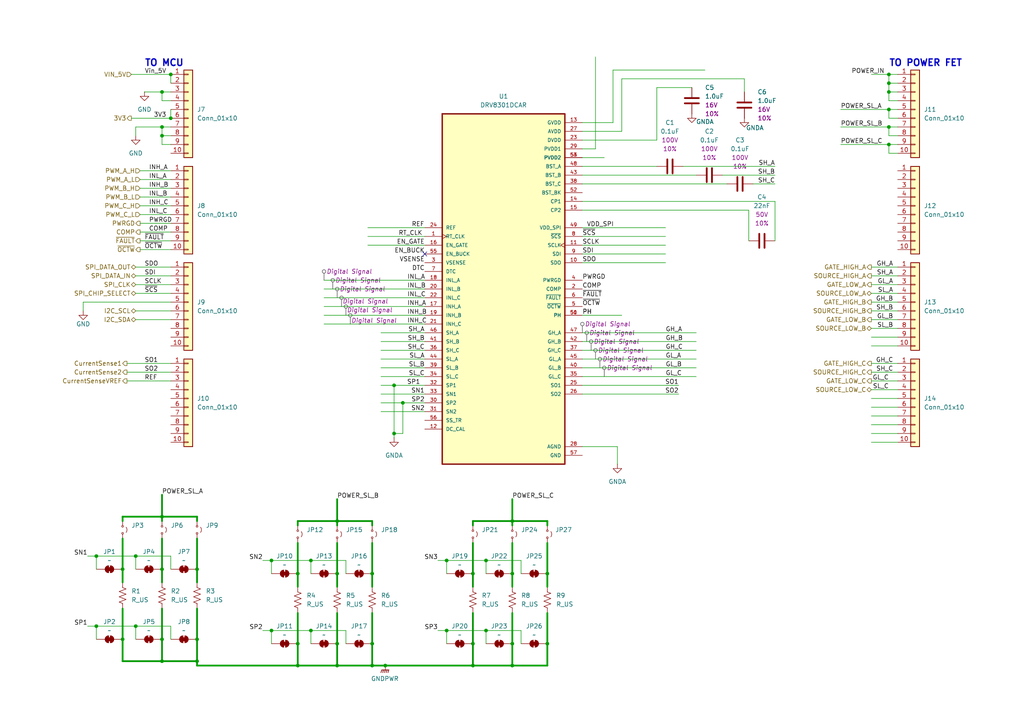
<source format=kicad_sch>
(kicad_sch (version 20231120) (generator "eeschema") (generator_version "8.0")
  (paper "A4")
  (junction (at 148.59 151.13))
  (junction (at 46.99 39.37))
  (junction (at 57.15 191.77))
  (junction (at 49.53 34.29))
  (junction (at 257.81 24.13))
  (junction (at 137.16 186.69))
  (junction (at 46.99 165.1))
  (junction (at 86.36 186.69))
  (junction (at 129.54 182.88))
  (junction (at 86.36 193.04))
  (junction (at 114.3 111.76))
  (junction (at 97.79 166.37))
  (junction (at 35.56 165.1))
  (junction (at 78.74 162.56))
  (junction (at 27.94 161.29))
  (junction (at 86.36 166.37))
  (junction (at 46.99 149.86))
  (junction (at 57.15 185.42))
  (junction (at 140.97 162.56))
  (junction (at 148.59 186.69))
  (junction (at 140.97 182.88))
  (junction (at 39.37 161.29))
  (junction (at 257.81 41.91))
  (junction (at 97.79 193.04))
  (junction (at 148.59 166.37))
  (junction (at 257.81 26.67))
  (junction (at 90.17 162.56))
  (junction (at 111.76 193.04))
  (junction (at 78.74 182.88))
  (junction (at 97.79 186.69))
  (junction (at 114.3 125.73))
  (junction (at 137.16 193.04))
  (junction (at 90.17 182.88))
  (junction (at 107.95 166.37))
  (junction (at 158.75 166.37))
  (junction (at 148.59 193.04))
  (junction (at 107.95 193.04))
  (junction (at 257.81 36.83))
  (junction (at 137.16 166.37))
  (junction (at 46.99 191.77))
  (junction (at 46.99 36.83))
  (junction (at 97.79 151.13))
  (junction (at 257.81 21.59))
  (junction (at 46.99 26.67))
  (junction (at 129.54 162.56))
  (junction (at 158.75 186.69))
  (junction (at 46.99 185.42))
  (junction (at 107.95 186.69))
  (junction (at 116.84 116.84))
  (junction (at 39.37 181.61))
  (junction (at 57.15 165.1))
  (junction (at 27.94 181.61))
  (junction (at 35.56 185.42))
  (junction (at 49.53 21.59))
  (junction (at 257.81 31.75))
  (no_connect (at 123.19 73.66))
  (wire (pts (xy 76.2 162.56) (xy 78.74 162.56)))
  (wire (pts (xy 260.35 24.13) (xy 257.81 24.13)))
  (wire (pts (xy 46.99 36.83) (xy 46.99 39.37)))
  (wire (pts (xy 46.99 156.21) (xy 46.99 165.1)) (stroke (width 0.508)))
  (wire (pts (xy 217.17 69.85) (xy 217.17 60.96)))
  (wire (pts (xy 129.54 182.88) (xy 140.97 182.88)))
  (wire (pts (xy 110.49 116.84) (xy 116.84 116.84)))
  (wire (pts (xy 39.37 181.61) (xy 39.37 185.42)))
  (wire (pts (xy 49.53 49.53) (xy 40.64 49.53)))
  (wire (pts (xy 110.49 101.6) (xy 123.19 101.6)))
  (wire (pts (xy 25.4 181.61) (xy 27.94 181.61)))
  (wire (pts (xy 148.59 193.04) (xy 158.75 193.04)) (stroke (width 0.508)))
  (wire (pts (xy 168.91 71.12) (xy 193.04 71.12)))
  (wire (pts (xy 93.98 83.82) (xy 123.19 83.82)))
  (wire (pts (xy 158.75 177.8) (xy 158.75 186.69)) (stroke (width 0.508)))
  (wire (pts (xy 36.83 107.95) (xy 49.53 107.95)))
  (wire (pts (xy 129.54 182.88) (xy 129.54 186.69)))
  (wire (pts (xy 78.74 182.88) (xy 90.17 182.88)))
  (wire (pts (xy 168.91 111.76) (xy 196.85 111.76)))
  (wire (pts (xy 97.79 186.69) (xy 97.79 193.04)) (stroke (width 0.508)))
  (wire (pts (xy 252.73 80.01) (xy 260.35 80.01)))
  (wire (pts (xy 35.56 191.77) (xy 46.99 191.77)) (stroke (width 0.508)))
  (wire (pts (xy 46.99 165.1) (xy 46.99 168.91)) (stroke (width 0.508)))
  (wire (pts (xy 168.91 106.68) (xy 201.93 106.68)))
  (wire (pts (xy 107.95 151.13) (xy 107.95 152.4)) (stroke (width 0.508)))
  (wire (pts (xy 114.3 111.76) (xy 123.19 111.76)))
  (wire (pts (xy 49.53 57.15) (xy 40.64 57.15)))
  (wire (pts (xy 129.54 162.56) (xy 129.54 166.37)))
  (wire (pts (xy 49.53 34.29) (xy 38.1 34.29)))
  (wire (pts (xy 46.99 191.77) (xy 57.15 191.77)) (stroke (width 0.508)))
  (wire (pts (xy 49.53 62.23) (xy 40.64 62.23)))
  (wire (pts (xy 57.15 185.42) (xy 57.15 191.77)) (stroke (width 0.508)))
  (wire (pts (xy 243.84 41.91) (xy 257.81 41.91)))
  (wire (pts (xy 260.35 128.27) (xy 252.73 128.27)))
  (wire (pts (xy 49.53 39.37) (xy 46.99 39.37)))
  (wire (pts (xy 35.56 185.42) (xy 35.56 191.77)) (stroke (width 0.508)))
  (wire (pts (xy 140.97 182.88) (xy 151.13 182.88)))
  (wire (pts (xy 168.91 68.58) (xy 193.04 68.58)))
  (wire (pts (xy 257.81 21.59) (xy 252.73 21.59)))
  (wire (pts (xy 49.53 67.31) (xy 40.64 67.31)))
  (wire (pts (xy 86.36 193.04) (xy 97.79 193.04)) (stroke (width 0.508)))
  (wire (pts (xy 252.73 110.49) (xy 260.35 110.49)))
  (wire (pts (xy 90.17 162.56) (xy 90.17 166.37)))
  (wire (pts (xy 252.73 107.95) (xy 260.35 107.95)))
  (wire (pts (xy 257.81 36.83) (xy 257.81 39.37)))
  (wire (pts (xy 78.74 182.88) (xy 78.74 186.69)))
  (wire (pts (xy 116.84 116.84) (xy 116.84 125.73)))
  (wire (pts (xy 168.91 45.72) (xy 175.26 45.72)))
  (wire (pts (xy 179.07 129.54) (xy 179.07 134.62)))
  (wire (pts (xy 49.53 29.21) (xy 46.99 29.21)))
  (wire (pts (xy 168.91 129.54) (xy 179.07 129.54)))
  (wire (pts (xy 111.76 193.04) (xy 137.16 193.04)) (stroke (width 0.508)))
  (wire (pts (xy 148.59 157.48) (xy 148.59 166.37)) (stroke (width 0.508)))
  (wire (pts (xy 252.73 85.09) (xy 260.35 85.09)))
  (wire (pts (xy 168.91 104.14) (xy 201.93 104.14)))
  (wire (pts (xy 137.16 157.48) (xy 137.16 166.37)) (stroke (width 0.508)))
  (wire (pts (xy 218.44 53.34) (xy 224.79 53.34)))
  (wire (pts (xy 97.79 193.04) (xy 107.95 193.04)) (stroke (width 0.508)))
  (wire (pts (xy 93.98 86.36) (xy 123.19 86.36)))
  (wire (pts (xy 257.81 41.91) (xy 257.81 44.45)))
  (wire (pts (xy 257.81 41.91) (xy 260.35 41.91)))
  (wire (pts (xy 168.91 40.64) (xy 190.5 40.64)))
  (wire (pts (xy 140.97 182.88) (xy 140.97 186.69)))
  (wire (pts (xy 224.79 69.85) (xy 224.79 58.42)))
  (wire (pts (xy 137.16 166.37) (xy 137.16 170.18)) (stroke (width 0.508)))
  (wire (pts (xy 110.49 96.52) (xy 123.19 96.52)))
  (wire (pts (xy 49.53 185.42) (xy 49.53 181.61)))
  (wire (pts (xy 252.73 90.17) (xy 260.35 90.17)))
  (wire (pts (xy 148.59 186.69) (xy 148.59 193.04)) (stroke (width 0.508)))
  (wire (pts (xy 168.91 114.3) (xy 196.85 114.3)))
  (wire (pts (xy 252.73 113.03) (xy 260.35 113.03)))
  (wire (pts (xy 158.75 166.37) (xy 158.75 170.18)) (stroke (width 0.508)))
  (wire (pts (xy 49.53 69.85) (xy 40.64 69.85)))
  (wire (pts (xy 86.36 166.37) (xy 86.36 170.18)) (stroke (width 0.508)))
  (wire (pts (xy 35.56 165.1) (xy 35.56 168.91)) (stroke (width 0.508)))
  (wire (pts (xy 49.53 165.1) (xy 49.53 161.29)))
  (wire (pts (xy 148.59 151.13) (xy 148.59 152.4)) (stroke (width 0.508)))
  (wire (pts (xy 27.94 181.61) (xy 39.37 181.61)))
  (wire (pts (xy 110.49 114.3) (xy 123.19 114.3)))
  (wire (pts (xy 107.95 186.69) (xy 107.95 193.04)) (stroke (width 0.508)))
  (wire (pts (xy 46.99 185.42) (xy 46.99 191.77)) (stroke (width 0.508)))
  (wire (pts (xy 49.53 41.91) (xy 46.99 41.91)))
  (wire (pts (xy 252.73 87.63) (xy 260.35 87.63)))
  (wire (pts (xy 151.13 166.37) (xy 151.13 162.56)))
  (wire (pts (xy 46.99 176.53) (xy 46.99 185.42)) (stroke (width 0.508)))
  (wire (pts (xy 106.68 66.04) (xy 123.19 66.04)))
  (wire (pts (xy 25.4 161.29) (xy 27.94 161.29)))
  (wire (pts (xy 39.37 77.47) (xy 49.53 77.47)))
  (wire (pts (xy 168.91 50.8) (xy 201.93 50.8)))
  (wire (pts (xy 90.17 162.56) (xy 100.33 162.56)))
  (wire (pts (xy 110.49 119.38) (xy 123.19 119.38)))
  (wire (pts (xy 123.19 99.06) (xy 110.49 99.06)))
  (wire (pts (xy 252.73 82.55) (xy 260.35 82.55)))
  (wire (pts (xy 168.91 96.52) (xy 201.93 96.52)))
  (wire (pts (xy 260.35 21.59) (xy 257.81 21.59)))
  (wire (pts (xy 36.83 105.41) (xy 49.53 105.41)))
  (wire (pts (xy 46.99 149.86) (xy 57.15 149.86)) (stroke (width 0.508)))
  (wire (pts (xy 49.53 21.59) (xy 49.53 24.13)))
  (wire (pts (xy 257.81 36.83) (xy 260.35 36.83)))
  (wire (pts (xy 49.53 31.75) (xy 49.53 34.29)))
  (wire (pts (xy 260.35 118.11) (xy 252.73 118.11)))
  (wire (pts (xy 110.49 111.76) (xy 114.3 111.76)))
  (wire (pts (xy 86.36 177.8) (xy 86.36 186.69)) (stroke (width 0.508)))
  (wire (pts (xy 127 162.56) (xy 129.54 162.56)))
  (wire (pts (xy 137.16 151.13) (xy 137.16 152.4)) (stroke (width 0.508)))
  (wire (pts (xy 107.95 166.37) (xy 107.95 170.18)) (stroke (width 0.508)))
  (wire (pts (xy 49.53 72.39) (xy 40.64 72.39)))
  (wire (pts (xy 148.59 144.78) (xy 148.59 151.13)) (stroke (width 0.508)))
  (wire (pts (xy 57.15 149.86) (xy 57.15 151.13)) (stroke (width 0.508)))
  (wire (pts (xy 260.35 34.29) (xy 257.81 34.29)))
  (wire (pts (xy 180.34 38.1) (xy 180.34 22.86)))
  (wire (pts (xy 35.56 156.21) (xy 35.56 165.1)) (stroke (width 0.508)))
  (wire (pts (xy 137.16 193.04) (xy 148.59 193.04)) (stroke (width 0.508)))
  (wire (pts (xy 39.37 92.71) (xy 49.53 92.71)))
  (wire (pts (xy 257.81 24.13) (xy 257.81 21.59)))
  (wire (pts (xy 257.81 31.75) (xy 260.35 31.75)))
  (wire (pts (xy 86.36 151.13) (xy 97.79 151.13)) (stroke (width 0.508)))
  (wire (pts (xy 260.35 44.45) (xy 257.81 44.45)))
  (wire (pts (xy 116.84 125.73) (xy 114.3 125.73)))
  (wire (pts (xy 168.91 99.06) (xy 201.93 99.06)))
  (wire (pts (xy 97.79 166.37) (xy 97.79 170.18)) (stroke (width 0.508)))
  (wire (pts (xy 190.5 40.64) (xy 190.5 25.4)))
  (wire (pts (xy 123.19 109.22) (xy 110.49 109.22)))
  (wire (pts (xy 172.72 16.51) (xy 172.72 43.18)))
  (wire (pts (xy 57.15 176.53) (xy 57.15 185.42)) (stroke (width 0.508)))
  (wire (pts (xy 107.95 157.48) (xy 107.95 166.37)) (stroke (width 0.508)))
  (wire (pts (xy 260.35 39.37) (xy 257.81 39.37)))
  (wire (pts (xy 260.35 97.79) (xy 252.73 97.79)))
  (wire (pts (xy 27.94 161.29) (xy 27.94 165.1)))
  (wire (pts (xy 27.94 161.29) (xy 39.37 161.29)))
  (wire (pts (xy 114.3 125.73) (xy 114.3 127)))
  (wire (pts (xy 116.84 116.84) (xy 123.19 116.84)))
  (wire (pts (xy 137.16 177.8) (xy 137.16 186.69)) (stroke (width 0.508)))
  (wire (pts (xy 39.37 181.61) (xy 49.53 181.61)))
  (wire (pts (xy 86.36 186.69) (xy 86.36 193.04)) (stroke (width 0.508)))
  (wire (pts (xy 252.73 95.25) (xy 260.35 95.25)))
  (wire (pts (xy 198.12 48.26) (xy 224.79 48.26)))
  (wire (pts (xy 168.91 73.66) (xy 193.04 73.66)))
  (wire (pts (xy 129.54 162.56) (xy 140.97 162.56)))
  (wire (pts (xy 158.75 151.13) (xy 158.75 152.4)) (stroke (width 0.508)))
  (wire (pts (xy 114.3 111.76) (xy 114.3 125.73)))
  (wire (pts (xy 49.53 52.07) (xy 40.64 52.07)))
  (wire (pts (xy 46.99 26.67) (xy 46.99 29.21)))
  (wire (pts (xy 168.91 76.2) (xy 193.04 76.2)))
  (wire (pts (xy 39.37 161.29) (xy 39.37 165.1)))
  (wire (pts (xy 35.56 149.86) (xy 35.56 151.13)) (stroke (width 0.508)))
  (wire (pts (xy 57.15 165.1) (xy 57.15 168.91)) (stroke (width 0.508)))
  (wire (pts (xy 107.95 193.04) (xy 111.76 193.04)) (stroke (width 0.508)))
  (wire (pts (xy 106.68 68.58) (xy 123.19 68.58)))
  (wire (pts (xy 100.33 166.37) (xy 100.33 162.56)))
  (wire (pts (xy 46.99 149.86) (xy 46.99 151.13)) (stroke (width 0.508)))
  (wire (pts (xy 90.17 182.88) (xy 100.33 182.88)))
  (wire (pts (xy 57.15 191.77) (xy 57.15 193.04)) (stroke (width 0.508)))
  (wire (pts (xy 39.37 82.55) (xy 49.53 82.55)))
  (wire (pts (xy 148.59 166.37) (xy 148.59 170.18)) (stroke (width 0.508)))
  (wire (pts (xy 27.94 181.61) (xy 27.94 185.42)))
  (wire (pts (xy 35.56 176.53) (xy 35.56 185.42)) (stroke (width 0.508)))
  (wire (pts (xy 257.81 26.67) (xy 257.81 24.13)))
  (wire (pts (xy 97.79 151.13) (xy 107.95 151.13)) (stroke (width 0.508)))
  (wire (pts (xy 148.59 177.8) (xy 148.59 186.69)) (stroke (width 0.508)))
  (wire (pts (xy 190.5 25.4) (xy 200.66 25.4)))
  (wire (pts (xy 180.34 22.86) (xy 215.9 22.86)))
  (wire (pts (xy 260.35 77.47) (xy 252.73 77.47)))
  (wire (pts (xy 140.97 162.56) (xy 151.13 162.56)))
  (wire (pts (xy 257.81 31.75) (xy 257.81 34.29)))
  (wire (pts (xy 168.91 109.22) (xy 201.93 109.22)))
  (wire (pts (xy 86.36 157.48) (xy 86.36 166.37)) (stroke (width 0.508)))
  (wire (pts (xy 39.37 90.17) (xy 49.53 90.17)))
  (wire (pts (xy 100.33 186.69) (xy 100.33 182.88)))
  (wire (pts (xy 49.53 54.61) (xy 40.64 54.61)))
  (wire (pts (xy 97.79 177.8) (xy 97.79 186.69)) (stroke (width 0.508)))
  (wire (pts (xy 252.73 105.41) (xy 260.35 105.41)))
  (wire (pts (xy 49.53 59.69) (xy 40.64 59.69)))
  (wire (pts (xy 215.9 22.86) (xy 215.9 26.67)))
  (wire (pts (xy 24.13 87.63) (xy 49.53 87.63)))
  (wire (pts (xy 168.91 48.26) (xy 190.5 48.26)))
  (wire (pts (xy 260.35 123.19) (xy 252.73 123.19)))
  (wire (pts (xy 177.8 20.32) (xy 204.47 20.32)))
  (wire (pts (xy 168.91 53.34) (xy 210.82 53.34)))
  (wire (pts (xy 46.99 143.51) (xy 46.99 149.86)) (stroke (width 0.508)))
  (wire (pts (xy 110.49 104.14) (xy 123.19 104.14)))
  (wire (pts (xy 260.35 26.67) (xy 257.81 26.67)))
  (wire (pts (xy 243.84 36.83) (xy 257.81 36.83)))
  (wire (pts (xy 260.35 115.57) (xy 252.73 115.57)))
  (wire (pts (xy 93.98 91.44) (xy 123.19 91.44)))
  (wire (pts (xy 217.17 60.96) (xy 168.91 60.96)))
  (wire (pts (xy 168.91 91.44) (xy 180.34 91.44)))
  (wire (pts (xy 148.59 151.13) (xy 158.75 151.13)) (stroke (width 0.508)))
  (wire (pts (xy 168.91 66.04) (xy 193.04 66.04)))
  (wire (pts (xy 78.74 162.56) (xy 90.17 162.56)))
  (wire (pts (xy 260.35 125.73) (xy 252.73 125.73)))
  (wire (pts (xy 46.99 26.67) (xy 41.91 26.67)))
  (wire (pts (xy 93.98 81.28) (xy 123.19 81.28)))
  (wire (pts (xy 39.37 36.83) (xy 46.99 36.83)))
  (wire (pts (xy 93.98 88.9) (xy 123.19 88.9)))
  (wire (pts (xy 140.97 162.56) (xy 140.97 166.37)))
  (wire (pts (xy 35.56 149.86) (xy 46.99 149.86)) (stroke (width 0.508)))
  (wire (pts (xy 158.75 157.48) (xy 158.75 166.37)) (stroke (width 0.508)))
  (wire (pts (xy 243.84 31.75) (xy 257.81 31.75)))
  (wire (pts (xy 24.13 90.17) (xy 24.13 87.63)))
  (wire (pts (xy 177.8 35.56) (xy 177.8 20.32)))
  (wire (pts (xy 137.16 151.13) (xy 148.59 151.13)) (stroke (width 0.508)))
  (wire (pts (xy 168.91 101.6) (xy 201.93 101.6)))
  (wire (pts (xy 76.2 182.88) (xy 78.74 182.88)))
  (wire (pts (xy 78.74 162.56) (xy 78.74 166.37)))
  (wire (pts (xy 90.17 182.88) (xy 90.17 186.69)))
  (wire (pts (xy 49.53 64.77) (xy 40.64 64.77)))
  (wire (pts (xy 36.83 110.49) (xy 49.53 110.49)))
  (wire (pts (xy 224.79 58.42) (xy 168.91 58.42)))
  (wire (pts (xy 46.99 39.37) (xy 46.99 41.91)))
  (wire (pts (xy 209.55 50.8) (xy 224.79 50.8)))
  (wire (pts (xy 49.53 36.83) (xy 46.99 36.83)))
  (wire (pts (xy 49.53 26.67) (xy 46.99 26.67)))
  (wire (pts (xy 260.35 100.33) (xy 252.73 100.33)))
  (wire (pts (xy 86.36 151.13) (xy 86.36 152.4)) (stroke (width 0.508)))
  (wire (pts (xy 107.95 177.8) (xy 107.95 186.69)) (stroke (width 0.508)))
  (wire (pts (xy 39.37 85.09) (xy 49.53 85.09)))
  (wire (pts (xy 39.37 80.01) (xy 49.53 80.01)))
  (wire (pts (xy 39.37 36.83) (xy 39.37 39.37)))
  (wire (pts (xy 260.35 120.65) (xy 252.73 120.65)))
  (wire (pts (xy 260.35 29.21) (xy 257.81 29.21)))
  (wire (pts (xy 39.37 161.29) (xy 49.53 161.29)))
  (wire (pts (xy 168.91 43.18) (xy 172.72 43.18)))
  (wire (pts (xy 168.91 38.1) (xy 180.34 38.1)))
  (wire (pts (xy 57.15 193.04) (xy 86.36 193.04)) (stroke (width 0.508)))
  (wire (pts (xy 57.15 156.21) (xy 57.15 165.1)) (stroke (width 0.508)))
  (wire (pts (xy 123.19 106.68) (xy 110.49 106.68)))
  (wire (pts (xy 257.81 29.21) (xy 257.81 26.67)))
  (wire (pts (xy 137.16 186.69) (xy 137.16 193.04)) (stroke (width 0.508)))
  (wire (pts (xy 97.79 157.48) (xy 97.79 166.37)) (stroke (width 0.508)))
  (wire (pts (xy 49.53 21.59) (xy 38.1 21.59)))
  (wire (pts (xy 158.75 186.69) (xy 158.75 193.04)) (stroke (width 0.508)))
  (wire (pts (xy 93.98 93.98) (xy 123.19 93.98)))
  (wire (pts (xy 97.79 144.78) (xy 97.79 151.13)) (stroke (width 0.508)))
  (wire (pts (xy 168.91 35.56) (xy 177.8 35.56)))
  (wire (pts (xy 252.73 92.71) (xy 260.35 92.71)))
  (wire (pts (xy 106.68 71.12) (xy 123.19 71.12)))
  (wire (pts (xy 151.13 186.69) (xy 151.13 182.88)))
  (wire (pts (xy 127 182.88) (xy 129.54 182.88)))
  (wire (pts (xy 97.79 151.13) (xy 97.79 152.4)) (stroke (width 0.508)))
  (text "TO MCU" (at 41.91 17.272 0) (effects (font (size 1.905 1.905) (thickness 0.381) (bold yes)) (justify left top)))
  (text "TO POWER FET" (at 257.81 17.272 0) (effects (font (size 1.905 1.905) (thickness 0.381) (bold yes)) (justify left top)))
  (label "POWER_SL_B" (at 243.84 36.83 0))
  (label "SN3" (at 127 162.56 180))
  (label "SP2" (at 123.19 116.84 180))
  (label "INL_C" (at 43.18 62.23 0))
  (label "SP2" (at 76.2 182.88 180))
  (label "SO2" (at 41.91 107.95 0))
  (label "REF" (at 119.38 66.04 0))
  (label "PWRGD" (at 43.18 64.77 0))
  (label "VSENSE" (at 123.19 76.2 180))
  (label "SH_B" (at 224.79 50.8 180))
  (label "SDO" (at 168.91 76.2 0))
  (label "~{SCS}" (at 41.91 85.09 0))
  (label "INH_A" (at 43.18 49.53 0))
  (label "INL_B" (at 43.18 57.15 0))
  (label "POWER_IN" (at 256.54 21.59 180))
  (label "GL_A" (at 259.08 82.55 180))
  (label "GH_C" (at 193.04 101.6 0))
  (label "GH_B" (at 259.08 87.63 180))
  (label "SL_B" (at 123.19 106.68 180))
  (label "SH_A" (at 123.19 96.52 180))
  (label "SH_B" (at 123.19 99.06 180))
  (label "INH_A" (at 118.11 88.9 0))
  (label "GL_B" (at 259.08 92.71 180))
  (label "SO2" (at 196.85 114.3 180))
  (label "POWER_SL_A" (at 243.84 31.75 0))
  (label "INH_B" (at 43.18 54.61 0))
  (label "GH_C" (at 259.08 105.41 180))
  (label "VDD_SPI" (at 170.18 66.04 0))
  (label "INH_C" (at 118.11 93.98 0))
  (label "SH_C" (at 123.19 101.6 180))
  (label "SH_B" (at 259.08 90.17 180))
  (label "SP1" (at 121.92 111.76 180))
  (label "SDO" (at 41.91 77.47 0))
  (label "RT_CLK" (at 115.57 68.58 0))
  (label "~{FAULT}" (at 41.91 69.85 0))
  (label "SL_C" (at 123.19 109.22 180))
  (label "SL_A" (at 123.19 104.14 180))
  (label "SP1" (at 25.4 181.61 180))
  (label "GL_C" (at 193.04 109.22 0))
  (label "EN_GATE" (at 123.19 71.12 180))
  (label "INL_B" (at 118.11 83.82 0))
  (label "SH_A" (at 224.79 48.26 180))
  (label "POWER_SL_A" (at 46.99 143.51 0))
  (label "INH_C" (at 43.18 59.69 0))
  (label "3V3" (at 48.26 34.29 180))
  (label "PH" (at 168.91 91.44 0))
  (label "EN_BUCK" (at 123.19 73.66 180))
  (label "INL_A" (at 43.18 52.07 0))
  (label "SP3" (at 127 182.88 180))
  (label "SO1" (at 196.85 111.76 180))
  (label "SL_A" (at 259.08 85.09 180))
  (label "INH_B" (at 118.11 91.44 0))
  (label "SL_C" (at 257.81 113.03 180))
  (label "SN2" (at 76.2 162.56 180))
  (label "GL_A" (at 193.04 104.14 0))
  (label "SO1" (at 41.91 105.41 0))
  (label "SH_A" (at 259.08 80.01 180))
  (label "PWRGD" (at 168.91 81.28 0))
  (label "SDI" (at 168.91 73.66 0))
  (label "POWER_SL_B" (at 97.79 144.78 0))
  (label "~{OCTW}" (at 41.91 72.39 0))
  (label "Vin_5V" (at 48.26 21.59 180))
  (label "GL_B" (at 193.04 106.68 0))
  (label "SCLK" (at 168.91 71.12 0))
  (label "SN1" (at 123.19 114.3 180))
  (label "GH_A" (at 193.04 96.52 0))
  (label "INL_C" (at 118.11 86.36 0))
  (label "GL_C" (at 257.81 110.49 180))
  (label "DTC" (at 123.19 78.74 180))
  (label "COMP" (at 168.91 83.82 0))
  (label "~{OCTW}" (at 168.91 88.9 0))
  (label "GH_A" (at 259.08 77.47 180))
  (label "REF" (at 41.91 110.49 0))
  (label "SH_C" (at 224.79 53.34 180))
  (label "GH_B" (at 193.04 99.06 0))
  (label "INL_A" (at 118.11 81.28 0))
  (label "PH" (at 168.91 91.44 0))
  (label "COMP" (at 43.18 67.31 0))
  (label "SN2" (at 123.19 119.38 180))
  (label "~{FAULT}" (at 168.91 86.36 0))
  (label "POWER_SL_C" (at 243.84 41.91 0))
  (label "POWER_SL_C" (at 148.59 144.78 0))
  (label "SH_C" (at 259.08 107.95 180))
  (label "SN1" (at 25.4 161.29 180))
  (label "SDI" (at 41.91 80.01 0))
  (label "SCLK" (at 41.91 82.55 0))
  (label "~{SCS}" (at 168.91 68.58 0))
  (label "SL_B" (at 259.08 95.25 180))
  (hierarchical_label "CurrentSense1" (shape output) (at 36.83 105.41 180))
  (hierarchical_label "~{OCTW}" (shape output) (at 40.64 72.39 180))
  (hierarchical_label "3V3" (shape output) (at 38.1 34.29 180))
  (hierarchical_label "SOURCE_HIGH_C" (shape output) (at 252.73 107.95 180))
  (hierarchical_label "CurrentSenseVREF" (shape output) (at 36.83 110.49 180))
  (hierarchical_label "PWRGD" (shape output) (at 40.64 64.77 180))
  (hierarchical_label "I2C_SDA" (shape bidirectional) (at 39.37 92.71 180))
  (hierarchical_label "PWM_B_L" (shape input) (at 40.64 57.15 180))
  (hierarchical_label "SOURCE_HIGH_B" (shape output) (at 252.73 90.17 180))
  (hierarchical_label "SPI_DATA_OUT" (shape bidirectional) (at 39.37 77.47 180))
  (hierarchical_label "GATE_HIGH_A" (shape output) (at 252.73 77.47 180))
  (hierarchical_label "SPI_CHIP_SELECT" (shape bidirectional) (at 39.37 85.09 180))
  (hierarchical_label "COMP" (shape output) (at 40.64 67.31 180))
  (hierarchical_label "CurrentSense2" (shape output) (at 36.83 107.95 180))
  (hierarchical_label "PWM_A_L" (shape input) (at 40.64 52.07 180))
  (hierarchical_label "PWM_C_H" (shape input) (at 40.64 59.69 180))
  (hierarchical_label "GATE_HIGH_C" (shape output) (at 252.73 105.41 180))
  (hierarchical_label "SOURCE_LOW_A" (shape bidirectional) (at 252.73 85.09 180))
  (hierarchical_label "SPI_DATA_IN" (shape bidirectional) (at 39.37 80.01 180))
  (hierarchical_label "GATE_LOW_A" (shape output) (at 252.73 82.55 180))
  (hierarchical_label "PWM_A_H" (shape input) (at 40.64 49.53 180))
  (hierarchical_label "SPI_CLK" (shape bidirectional) (at 39.37 82.55 180))
  (hierarchical_label "SOURCE_HIGH_A" (shape output) (at 252.73 80.01 180))
  (hierarchical_label "GATE_HIGH_B" (shape output) (at 252.73 87.63 180))
  (hierarchical_label "I2C_SCL" (shape bidirectional) (at 39.37 90.17 180))
  (hierarchical_label "~{FAULT}" (shape output) (at 40.64 69.85 180))
  (hierarchical_label "SOURCE_LOW_C" (shape bidirectional) (at 252.73 113.03 180))
  (hierarchical_label "GATE_LOW_C" (shape output) (at 252.73 110.49 180))
  (hierarchical_label "GATE_LOW_B" (shape output) (at 252.73 92.71 180))
  (hierarchical_label "PWM_C_L" (shape input) (at 40.64 62.23 180))
  (hierarchical_label "SOURCE_LOW_B" (shape bidirectional) (at 252.73 95.25 180))
  (hierarchical_label "PWM_B_H" (shape input) (at 40.64 54.61 180))
  (hierarchical_label "VIN_5V" (shape input) (at 38.1 21.59 180))
  (netclass_flag "" (length 2.54) (shape round) (at 171.45 101.6 0) (property "Netclass" "Digital Signal" (at 172.1485 99.06 0) (effects (font (italic yes)) (justify left))))
  (netclass_flag "" (length 2.54) (shape round) (at 168.91 96.52 0) (property "Netclass" "Digital Signal" (at 169.6085 93.98 0) (effects (font (italic yes)) (justify left))))
  (netclass_flag "" (length 2.54) (shape round) (at 173.99 106.68 0) (property "Netclass" "Digital Signal" (at 174.6885 104.14 0) (effects (font (italic yes)) (justify left))))
  (netclass_flag "" (length 2.54) (shape round) (at 101.6 93.98 0) (property "Netclass" "Digital Signal" (at 101.854 92.964 0) (effects (font (italic yes)) (justify left))))
  (netclass_flag "" (length 2.54) (shape round) (at 100.33 91.44 0) (property "Netclass" "Digital Signal" (at 100.584 89.916 0) (effects (font (italic yes)) (justify left))))
  (netclass_flag "" (length 2.54) (shape round) (at 99.06 88.9 0) (property "Netclass" "Digital Signal" (at 99.314 87.376 0) (effects (font (italic yes)) (justify left))))
  (netclass_flag "" (length 2.54) (shape round) (at 175.26 109.22 0) (property "Netclass" "Digital Signal" (at 175.9585 106.68 0) (effects (font (italic yes)) (justify left))))
  (netclass_flag "" (length 2.54) (shape round) (at 172.72 104.14 0) (property "Netclass" "Digital Signal" (at 173.4185 101.6 0) (effects (font (italic yes)) (justify left))))
  (netclass_flag "" (length 2.54) (shape round) (at 97.79 86.36 0) (property "Netclass" "Digital Signal" (at 98.4885 83.82 0) (effects (font (italic yes)) (justify left))))
  (netclass_flag "" (length 2.54) (shape round) (at 93.98 81.28 0) (property "Netclass" "Digital Signal" (at 94.6785 78.74 0) (effects (font (italic yes)) (justify left))))
  (netclass_flag "" (length 2.54) (shape round) (at 96.52 83.82 0) (property "Netclass" "Digital Signal" (at 97.2185 81.28 0) (effects (font (italic yes)) (justify left))))
  (netclass_flag "" (length 2.54) (shape round) (at 170.18 99.06 0) (property "Netclass" "Digital Signal" (at 170.8785 96.52 0) (effects (font (italic yes)) (justify left))))
  (symbol (lib_id "power:GND") (at 39.37 39.37 0) (mirror y) (unit 1)
    (property "Reference" "#PWR08" (effects (hide yes)))
    (property "Value" "GND" (at 39.37 44.45 0))
    (property "Description" "Power symbol creates a global label with name \"GND\" , ground" (effects (hide yes)))
  )
  (symbol (lib_id "SparkFun-Jumper:SolderJumper_2_Bridged_No_Silk") (at 31.75 165.1 0) (unit 1)
    (property "Reference" "JP1" (at 31.75 160.02 0))
    (property "Value" "~" (at 31.75 162.56 0))
    (property "Footprint" "Jumper:SolderJumper-2_P1.3mm_Bridged_Pad1.0x1.5mm" (effects (hide yes)))
    (property "Description" "Solder Jumper, 2-pole, closed/bridged" (effects (hide yes)))
  )
  (symbol (lib_id "power:GNDA") (at 200.66 33.02 0) (unit 1)
    (property "Reference" "#PWR013" (effects (hide yes)))
    (property "Value" "GNDA" (at 204.47 35.306 0))
    (property "Description" "Power symbol creates a global label with name \"GNDA\" , analog ground" (effects (hide yes)))
  )
  (symbol (lib_id "Jumper:Jumper_2_Small_Open") (at 35.56 153.67 270) (mirror x) (unit 1) (exclude_from_sim yes)
    (property "Reference" "JP3" (at 38.1 152.3999 90) (effects (justify left)))
    (property "Value" "Jumper_2_Small_Open" (effects (hide yes)))
    (property "Footprint" "TestPoint:TestPoint_2Pads_Pitch2.54mm_Drill0.8mm" (effects (hide yes)))
    (property "Description" "Jumper, 2-pole, small symbol, open" (effects (hide yes)))
  )
  (symbol (lib_id "SparkFun-Jumper:SolderJumper_2_Bridged_No_Silk") (at 133.35 166.37 0) (unit 1)
    (property "Reference" "JP19" (at 133.35 161.29 0))
    (property "Value" "~" (at 133.35 163.83 0))
    (property "Footprint" "Jumper:SolderJumper-2_P1.3mm_Bridged_Pad1.0x1.5mm" (effects (hide yes)))
    (property "Description" "Solder Jumper, 2-pole, closed/bridged" (effects (hide yes)))
  )
  (symbol (lib_id "SparkFun-Capacitor:0.1uF_0603_100V_10%") (at 205.74 50.8 90) (unit 1)
    (property "Reference" "C2" (at 205.74 38.1 90))
    (property "Value" "0.1uF" (at 205.74 40.64 90))
    (property "Footprint" "Capacitor_SMD:C_0603_1608Metric_Pad1.08x0.95mm_HandSolder" (effects (hide yes)))
    (property "Datasheet" "https://cdn.sparkfun.com/assets/8/a/4/a/5/Kemet_Capacitor_Datasheet.pdf" (effects (hide yes)))
    (property "Description" "Unpolarized capacitor" (effects (hide yes)))
    (property "PROD_ID" "CAP-08390" (effects (hide yes)))
    (property "Voltage" "100V" (at 205.74 43.18 90))
    (property "Tolerance" "10%" (at 205.74 45.72 90))
  )
  (symbol (lib_id "SparkFun-Jumper:SolderJumper_2_Bridged_No_Silk") (at 82.55 166.37 0) (unit 1)
    (property "Reference" "JP10" (at 82.55 161.29 0))
    (property "Value" "~" (at 82.55 163.83 0))
    (property "Footprint" "Jumper:SolderJumper-2_P1.3mm_Bridged_Pad1.0x1.5mm" (effects (hide yes)))
    (property "Description" "Solder Jumper, 2-pole, closed/bridged" (effects (hide yes)))
  )
  (symbol (lib_id "SparkFun-Jumper:SolderJumper_2_Bridged_No_Silk") (at 93.98 186.69 0) (unit 1)
    (property "Reference" "JP14" (at 93.98 181.61 0))
    (property "Value" "~" (at 93.98 184.15 0))
    (property "Footprint" "Jumper:SolderJumper-2_P1.3mm_Bridged_Pad1.0x1.5mm" (effects (hide yes)))
    (property "Description" "Solder Jumper, 2-pole, closed/bridged" (effects (hide yes)))
  )
  (symbol (lib_id "power:GNDA") (at 215.9 34.29 0) (unit 1)
    (property "Reference" "#PWR015" (effects (hide yes)))
    (property "Value" "GNDA" (at 218.948 37.084 0))
    (property "Description" "Power symbol creates a global label with name \"GNDA\" , analog ground" (effects (hide yes)))
  )
  (symbol (lib_id "Jumper:Jumper_2_Small_Open") (at 137.16 154.94 270) (mirror x) (unit 1) (exclude_from_sim yes)
    (property "Reference" "JP21" (at 139.7 153.6699 90) (effects (justify left)))
    (property "Value" "Jumper_2_Small_Open" (effects (hide yes)))
    (property "Footprint" "TestPoint:TestPoint_2Pads_Pitch2.54mm_Drill0.8mm" (effects (hide yes)))
    (property "Description" "Jumper, 2-pole, small symbol, open" (effects (hide yes)))
  )
  (symbol (lib_id "Jumper:Jumper_2_Small_Open") (at 148.59 154.94 270) (mirror x) (unit 1) (exclude_from_sim yes)
    (property "Reference" "JP24" (at 151.13 153.6699 90) (effects (justify left)))
    (property "Value" "Jumper_2_Small_Open" (effects (hide yes)))
    (property "Footprint" "TestPoint:TestPoint_2Pads_Pitch2.54mm_Drill0.8mm" (effects (hide yes)))
    (property "Description" "Jumper, 2-pole, small symbol, open" (effects (hide yes)))
  )
  (symbol (lib_id "SparkFun-Jumper:SolderJumper_2_Bridged_No_Silk") (at 104.14 186.69 0) (unit 1)
    (property "Reference" "JP17" (at 104.14 181.61 0))
    (property "Value" "~" (at 104.14 184.15 0))
    (property "Footprint" "Jumper:SolderJumper-2_P1.3mm_Bridged_Pad1.0x1.5mm" (effects (hide yes)))
    (property "Description" "Solder Jumper, 2-pole, closed/bridged" (effects (hide yes)))
  )
  (symbol (lib_id "SparkFun-Jumper:SolderJumper_2_Bridged_No_Silk") (at 104.14 166.37 0) (unit 1)
    (property "Reference" "JP16" (at 104.14 161.29 0))
    (property "Value" "~" (at 104.14 163.83 0))
    (property "Footprint" "Jumper:SolderJumper-2_P1.3mm_Bridged_Pad1.0x1.5mm" (effects (hide yes)))
    (property "Description" "Solder Jumper, 2-pole, closed/bridged" (effects (hide yes)))
  )
  (symbol (lib_id "SparkFun-Capacitor:1.0uF_0603_16V_10%") (at 200.66 29.21 0) (unit 1)
    (property "Reference" "C5" (at 204.47 25.3999 0) (effects (justify left)))
    (property "Value" "1.0uF" (at 204.47 27.9399 0) (effects (justify left)))
    (property "Footprint" "Capacitor_SMD:C_0603_1608Metric_Pad1.08x0.95mm_HandSolder" (effects (hide yes)))
    (property "Datasheet" "https://cdn.sparkfun.com/assets/8/a/4/a/5/Kemet_Capacitor_Datasheet.pdf" (effects (hide yes)))
    (property "Description" "Unpolarized capacitor" (effects (hide yes)))
    (property "PROD_ID" "CAP-13930" (effects (hide yes)))
    (property "Voltage" "16V" (at 204.47 30.4799 0) (effects (justify left)))
    (property "Tolerance" "10%" (at 204.47 33.0199 0) (effects (justify left)))
  )
  (symbol (lib_id "Device:R_US") (at 148.59 173.99 0) (unit 1)
    (property "Reference" "R8" (at 151.13 172.7199 0) (effects (justify left)))
    (property "Value" "R_US" (at 151.13 175.2599 0) (effects (justify left)))
    (property "Description" "Resistor, US symbol" (effects (hide yes)))
  )
  (symbol (lib_id "Jumper:Jumper_2_Small_Open") (at 46.99 153.67 270) (mirror x) (unit 1) (exclude_from_sim yes)
    (property "Reference" "JP6" (at 49.53 152.3999 90) (effects (justify left)))
    (property "Value" "Jumper_2_Small_Open" (effects (hide yes)))
    (property "Footprint" "TestPoint:TestPoint_2Pads_Pitch2.54mm_Drill0.8mm" (effects (hide yes)))
    (property "Description" "Jumper, 2-pole, small symbol, open" (effects (hide yes)))
  )
  (symbol (lib_id "DRV8301DCAR:DRV8301DCAR") (at 146.05 83.82 0) (unit 1)
    (property "Reference" "U1" (at 146.05 27.94 0))
    (property "Value" "DRV8301DCAR" (at 146.05 30.48 0))
    (property "Footprint" "Package_SO:HTSSOP-56-1EP_6.1x14mm_P0.5mm_EP3.61x6.35mm" (effects (hide yes)))
    (property "STNADARD" "IPC-7351B" (effects (hide yes)))
    (property "MF" "Texas Instruments" (effects (hide yes)))
    (property "SNAPEDA_PACKAGE_ID" "5591" (effects (hide yes)))
    (property "Package" "HTSSOP-56 Texas Instruments" (effects (hide yes)))
    (property "Price" "None" (effects (hide yes)))
    (property "Check_prices" "https://www.snapeda.com/parts/DRV8301DCAR/Texas+Instruments/view-part/?ref=eda" (effects (hide yes)))
    (property "PARTREV" "F" (effects (hide yes)))
    (property "SnapEDA_Link" "https://www.snapeda.com/parts/DRV8301DCAR/Texas+Instruments/view-part/?ref=snap" (effects (hide yes)))
    (property "MP" "DRV8301DCAR" (effects (hide yes)))
    (property "Purchase-URL" "https://www.snapeda.com/api/url_track_click_mouser/?unipart_id=46687&manufacturer=Texas Instruments&part_name=DRV8301DCAR&search_term=drv8301" (effects (hide yes)))
    (property "Description_1" "\n65-V max 3-phase gate driver with buck regulator, current shunt amplifiers & SPI\n" (effects (hide yes)))
    (property "Availability" "In Stock" (effects (hide yes)))
    (property "MANUFACTURER" "Texas Instruments" (effects (hide yes)))
  )
  (symbol (lib_id "SparkFun-Jumper:SolderJumper_2_Bridged_No_Silk") (at 144.78 166.37 0) (unit 1)
    (property "Reference" "JP22" (at 144.78 161.29 0))
    (property "Value" "~" (at 144.78 163.83 0))
    (property "Footprint" "Jumper:SolderJumper-2_P1.3mm_Bridged_Pad1.0x1.5mm" (effects (hide yes)))
    (property "Description" "Solder Jumper, 2-pole, closed/bridged" (effects (hide yes)))
  )
  (symbol (lib_id "Jumper:Jumper_2_Small_Open") (at 86.36 154.94 270) (mirror x) (unit 1) (exclude_from_sim yes)
    (property "Reference" "JP12" (at 88.9 153.6699 90) (effects (justify left)))
    (property "Value" "Jumper_2_Small_Open" (effects (hide yes)))
    (property "Footprint" "TestPoint:TestPoint_2Pads_Pitch2.54mm_Drill0.8mm" (effects (hide yes)))
    (property "Description" "Jumper, 2-pole, small symbol, open" (effects (hide yes)))
  )
  (symbol (lib_id "Jumper:Jumper_2_Small_Open") (at 158.75 154.94 270) (mirror x) (unit 1) (exclude_from_sim yes)
    (property "Reference" "JP27" (at 161.036 153.67 90) (effects (justify left)))
    (property "Value" "Jumper_2_Small_Open" (effects (hide yes)))
    (property "Footprint" "TestPoint:TestPoint_2Pads_Pitch2.54mm_Drill0.8mm" (effects (hide yes)))
    (property "Description" "Jumper, 2-pole, small symbol, open" (effects (hide yes)))
  )
  (symbol (lib_id "Connector_Generic:Conn_01x10") (at 54.61 59.69 0) (unit 1)
    (property "Reference" "J8" (at 57.15 59.6899 0) (effects (justify left)))
    (property "Value" "Conn_01x10" (at 57.15 62.2299 0) (effects (justify left)))
    (property "Footprint" "Connector_PinSocket_2.54mm:PinSocket_1x10_P2.54mm_Vertical" (effects (hide yes)))
    (property "Description" "Generic connector, single row, 01x10, script generated (kicad-library-utils/schlib/autogen/connector/)" (effects (hide yes)))
  )
  (symbol (lib_id "SparkFun-Jumper:SolderJumper_2_Bridged_No_Silk") (at 43.18 185.42 0) (unit 1)
    (property "Reference" "JP5" (at 43.18 180.34 0))
    (property "Value" "~" (at 43.18 182.88 0))
    (property "Footprint" "Jumper:SolderJumper-2_P1.3mm_Bridged_Pad1.0x1.5mm" (effects (hide yes)))
    (property "Description" "Solder Jumper, 2-pole, closed/bridged" (effects (hide yes)))
  )
  (symbol (lib_id "SparkFun-Jumper:SolderJumper_2_Bridged_No_Silk") (at 43.18 165.1 0) (unit 1)
    (property "Reference" "JP4" (at 43.18 160.02 0))
    (property "Value" "~" (at 43.18 162.56 0))
    (property "Footprint" "Jumper:SolderJumper-2_P1.3mm_Bridged_Pad1.0x1.5mm" (effects (hide yes)))
    (property "Description" "Solder Jumper, 2-pole, closed/bridged" (effects (hide yes)))
  )
  (symbol (lib_id "Connector_Generic:Conn_01x10") (at 265.43 87.63 0) (unit 1)
    (property "Reference" "J13" (at 267.97 87.6299 0) (effects (justify left)))
    (property "Value" "Conn_01x10" (at 267.97 90.1699 0) (effects (justify left)))
    (property "Footprint" "Connector_PinSocket_2.54mm:PinSocket_1x10_P2.54mm_Vertical" (effects (hide yes)))
    (property "Description" "Generic connector, single row, 01x10, script generated (kicad-library-utils/schlib/autogen/connector/)" (effects (hide yes)))
  )
  (symbol (lib_id "SparkFun-Jumper:SolderJumper_2_Bridged_No_Silk") (at 133.35 186.69 0) (unit 1)
    (property "Reference" "JP20" (at 133.35 181.61 0))
    (property "Value" "~" (at 133.35 184.15 0))
    (property "Footprint" "Jumper:SolderJumper-2_P1.3mm_Bridged_Pad1.0x1.5mm" (effects (hide yes)))
    (property "Description" "Solder Jumper, 2-pole, closed/bridged" (effects (hide yes)))
  )
  (symbol (lib_id "SparkFun-Capacitor:1.0uF_0603_16V_10%") (at 215.9 30.48 0) (unit 1)
    (property "Reference" "C6" (at 219.71 26.6699 0) (effects (justify left)))
    (property "Value" "1.0uF" (at 219.71 29.2099 0) (effects (justify left)))
    (property "Footprint" "Capacitor_SMD:C_0603_1608Metric_Pad1.08x0.95mm_HandSolder" (effects (hide yes)))
    (property "Datasheet" "https://cdn.sparkfun.com/assets/8/a/4/a/5/Kemet_Capacitor_Datasheet.pdf" (effects (hide yes)))
    (property "Description" "Unpolarized capacitor" (effects (hide yes)))
    (property "PROD_ID" "CAP-13930" (effects (hide yes)))
    (property "Voltage" "16V" (at 219.71 31.7499 0) (effects (justify left)))
    (property "Tolerance" "10%" (at 219.71 34.2899 0) (effects (justify left)))
  )
  (symbol (lib_id "Device:R_US") (at 35.56 172.72 0) (unit 1)
    (property "Reference" "R1" (at 38.1 171.4499 0) (effects (justify left)))
    (property "Value" "R_US" (at 38.1 173.9899 0) (effects (justify left)))
    (property "Description" "Resistor, US symbol" (effects (hide yes)))
  )
  (symbol (lib_id "Connector_Generic:Conn_01x10") (at 54.61 115.57 0) (unit 1)
    (property "Reference" "J10" (at 57.15 115.5699 0) (effects (justify left)))
    (property "Value" "Conn_01x10" (at 57.15 118.1099 0) (effects (justify left)))
    (property "Footprint" "Connector_PinSocket_2.54mm:PinSocket_1x10_P2.54mm_Vertical" (effects (hide yes)))
    (property "Description" "Generic connector, single row, 01x10, script generated (kicad-library-utils/schlib/autogen/connector/)" (effects (hide yes)))
  )
  (symbol (lib_id "power:GNDA") (at 179.07 134.62 0) (unit 1)
    (property "Reference" "#PWR012" (effects (hide yes)))
    (property "Value" "GNDA" (at 179.07 139.7 0))
    (property "Description" "Power symbol creates a global label with name \"GNDA\" , analog ground" (effects (hide yes)))
  )
  (symbol (lib_id "Jumper:Jumper_2_Small_Open") (at 97.79 154.94 270) (mirror x) (unit 1) (exclude_from_sim yes)
    (property "Reference" "JP15" (at 100.33 153.6699 90) (effects (justify left)))
    (property "Value" "Jumper_2_Small_Open" (effects (hide yes)))
    (property "Footprint" "TestPoint:TestPoint_2Pads_Pitch2.54mm_Drill0.8mm" (effects (hide yes)))
    (property "Description" "Jumper, 2-pole, small symbol, open" (effects (hide yes)))
  )
  (symbol (lib_id "Jumper:Jumper_2_Small_Open") (at 57.15 153.67 270) (mirror x) (unit 1) (exclude_from_sim yes)
    (property "Reference" "JP9" (at 59.69 152.3999 90) (effects (justify left)))
    (property "Value" "Jumper_2_Small_Open" (effects (hide yes)))
    (property "Footprint" "TestPoint:TestPoint_2Pads_Pitch2.54mm_Drill0.8mm" (effects (hide yes)))
    (property "Description" "Jumper, 2-pole, small symbol, open" (effects (hide yes)))
  )
  (symbol (lib_id "Device:R_US") (at 137.16 173.99 0) (unit 1)
    (property "Reference" "R7" (at 139.7 172.7199 0) (effects (justify left)))
    (property "Value" "R_US" (at 139.7 175.2599 0) (effects (justify left)))
    (property "Description" "Resistor, US symbol" (effects (hide yes)))
  )
  (symbol (lib_id "SparkFun-Jumper:SolderJumper_2_Bridged_No_Silk") (at 31.75 185.42 0) (unit 1)
    (property "Reference" "JP2" (at 31.75 180.34 0))
    (property "Value" "~" (at 31.75 182.88 0))
    (property "Footprint" "Jumper:SolderJumper-2_P1.3mm_Bridged_Pad1.0x1.5mm" (effects (hide yes)))
    (property "Description" "Solder Jumper, 2-pole, closed/bridged" (effects (hide yes)))
  )
  (symbol (lib_id "Device:R_US") (at 107.95 173.99 0) (unit 1)
    (property "Reference" "R6" (at 110.49 172.7199 0) (effects (justify left)))
    (property "Value" "R_US" (at 110.49 175.2599 0) (effects (justify left)))
    (property "Description" "Resistor, US symbol" (effects (hide yes)))
  )
  (symbol (lib_id "Connector_Generic:Conn_01x10") (at 54.61 87.63 0) (unit 1)
    (property "Reference" "J9" (at 57.15 87.6299 0) (effects (justify left)))
    (property "Value" "Conn_01x10" (at 57.15 90.1699 0) (effects (justify left)))
    (property "Footprint" "Connector_PinSocket_2.54mm:PinSocket_1x10_P2.54mm_Vertical" (effects (hide yes)))
    (property "Description" "Generic connector, single row, 01x10, script generated (kicad-library-utils/schlib/autogen/connector/)" (effects (hide yes)))
  )
  (symbol (lib_id "SparkFun-Jumper:SolderJumper_2_Bridged_No_Silk") (at 82.55 186.69 0) (unit 1)
    (property "Reference" "JP11" (at 82.55 181.61 0))
    (property "Value" "~" (at 82.55 184.15 0))
    (property "Footprint" "Jumper:SolderJumper-2_P1.3mm_Bridged_Pad1.0x1.5mm" (effects (hide yes)))
    (property "Description" "Solder Jumper, 2-pole, closed/bridged" (effects (hide yes)))
  )
  (symbol (lib_id "SparkFun-Jumper:SolderJumper_2_Bridged_No_Silk") (at 53.34 165.1 0) (unit 1)
    (property "Reference" "JP7" (at 53.34 160.02 0))
    (property "Value" "~" (at 53.34 162.56 0))
    (property "Footprint" "Jumper:SolderJumper-2_P1.3mm_Bridged_Pad1.0x1.5mm" (effects (hide yes)))
    (property "Description" "Solder Jumper, 2-pole, closed/bridged" (effects (hide yes)))
  )
  (symbol (lib_id "Device:R_US") (at 158.75 173.99 0) (unit 1)
    (property "Reference" "R9" (at 161.29 172.7199 0) (effects (justify left)))
    (property "Value" "R_US" (at 161.29 175.2599 0) (effects (justify left)))
    (property "Description" "Resistor, US symbol" (effects (hide yes)))
  )
  (symbol (lib_id "Device:R_US") (at 97.79 173.99 0) (unit 1)
    (property "Reference" "R5" (at 100.33 172.7199 0) (effects (justify left)))
    (property "Value" "R_US" (at 100.33 175.2599 0) (effects (justify left)))
    (property "Description" "Resistor, US symbol" (effects (hide yes)))
  )
  (symbol (lib_id "SparkFun-Jumper:SolderJumper_2_Bridged_No_Silk") (at 93.98 166.37 0) (unit 1)
    (property "Reference" "JP13" (at 93.98 161.29 0))
    (property "Value" "~" (at 93.98 163.83 0))
    (property "Footprint" "Jumper:SolderJumper-2_P1.3mm_Bridged_Pad1.0x1.5mm" (effects (hide yes)))
    (property "Description" "Solder Jumper, 2-pole, closed/bridged" (effects (hide yes)))
  )
  (symbol (lib_id "Connector_Generic:Conn_01x10") (at 265.43 59.69 0) (unit 1)
    (property "Reference" "J12" (at 267.97 59.6899 0) (effects (justify left)))
    (property "Value" "Conn_01x10" (at 267.97 62.2299 0) (effects (justify left)))
    (property "Footprint" "Connector_PinSocket_2.54mm:PinSocket_1x10_P2.54mm_Vertical" (effects (hide yes)))
    (property "Description" "Generic connector, single row, 01x10, script generated (kicad-library-utils/schlib/autogen/connector/)" (effects (hide yes)))
  )
  (symbol (lib_id "Device:R_US") (at 57.15 172.72 0) (unit 1)
    (property "Reference" "R3" (at 59.69 171.4499 0) (effects (justify left)))
    (property "Value" "R_US" (at 59.69 173.9899 0) (effects (justify left)))
    (property "Description" "Resistor, US symbol" (effects (hide yes)))
  )
  (symbol (lib_id "Connector_Generic:Conn_01x10") (at 265.43 31.75 0) (unit 1)
    (property "Reference" "J11" (at 267.97 31.7499 0) (effects (justify left)))
    (property "Value" "Conn_01x10" (at 267.97 34.2899 0) (effects (justify left)))
    (property "Footprint" "Connector_PinSocket_2.54mm:PinSocket_1x10_P2.54mm_Vertical" (effects (hide yes)))
    (property "Description" "Generic connector, single row, 01x10, script generated (kicad-library-utils/schlib/autogen/connector/)" (effects (hide yes)))
  )
  (symbol (lib_id "SparkFun-Jumper:SolderJumper_2_Bridged_No_Silk") (at 154.94 166.37 0) (unit 1)
    (property "Reference" "JP25" (at 154.94 161.29 0))
    (property "Value" "~" (at 154.94 163.83 0))
    (property "Footprint" "Jumper:SolderJumper-2_P1.3mm_Bridged_Pad1.0x1.5mm" (effects (hide yes)))
    (property "Description" "Solder Jumper, 2-pole, closed/bridged" (effects (hide yes)))
  )
  (symbol (lib_id "SparkFun-Capacitor:0.1uF_0603_100V_10%") (at 214.63 53.34 90) (unit 1)
    (property "Reference" "C3" (at 214.63 40.64 90))
    (property "Value" "0.1uF" (at 214.63 43.18 90))
    (property "Footprint" "Capacitor_SMD:C_0603_1608Metric_Pad1.08x0.95mm_HandSolder" (effects (hide yes)))
    (property "Datasheet" "https://cdn.sparkfun.com/assets/8/a/4/a/5/Kemet_Capacitor_Datasheet.pdf" (effects (hide yes)))
    (property "Description" "Unpolarized capacitor" (effects (hide yes)))
    (property "PROD_ID" "CAP-08390" (effects (hide yes)))
    (property "Voltage" "100V" (at 214.63 45.72 90))
    (property "Tolerance" "10%" (at 214.63 48.26 90))
  )
  (symbol (lib_id "power:GNDA") (at 114.3 127 0) (unit 1)
    (property "Reference" "#PWR010" (effects (hide yes)))
    (property "Value" "GNDA" (at 114.3 132.08 0))
    (property "Description" "Power symbol creates a global label with name \"GNDA\" , analog ground" (effects (hide yes)))
  )
  (symbol (lib_id "SparkFun-Jumper:SolderJumper_2_Bridged_No_Silk") (at 144.78 186.69 0) (unit 1)
    (property "Reference" "JP23" (at 144.78 181.61 0))
    (property "Value" "~" (at 144.78 184.15 0))
    (property "Footprint" "Jumper:SolderJumper-2_P1.3mm_Bridged_Pad1.0x1.5mm" (effects (hide yes)))
    (property "Description" "Solder Jumper, 2-pole, closed/bridged" (effects (hide yes)))
  )
  (symbol (lib_id "power:GNDPWR") (at 111.76 193.04 0) (unit 1)
    (property "Reference" "#PWR011" (effects (hide yes)))
    (property "Value" "GNDPWR" (at 111.633 196.85 0))
    (property "Description" "Power symbol creates a global label with name \"GNDPWR\" , global ground" (effects (hide yes)))
  )
  (symbol (lib_id "Jumper:Jumper_2_Small_Open") (at 107.95 154.94 270) (mirror x) (unit 1) (exclude_from_sim yes)
    (property "Reference" "JP18" (at 110.49 153.6699 90) (effects (justify left)))
    (property "Value" "Jumper_2_Small_Open" (effects (hide yes)))
    (property "Footprint" "TestPoint:TestPoint_2Pads_Pitch2.54mm_Drill0.8mm" (effects (hide yes)))
    (property "Description" "Jumper, 2-pole, small symbol, open" (effects (hide yes)))
  )
  (symbol (lib_id "SparkFun-Jumper:SolderJumper_2_Bridged_No_Silk") (at 154.94 186.69 0) (unit 1)
    (property "Reference" "JP26" (at 154.94 181.61 0))
    (property "Value" "~" (at 154.94 184.15 0))
    (property "Footprint" "Jumper:SolderJumper-2_P1.3mm_Bridged_Pad1.0x1.5mm" (effects (hide yes)))
    (property "Description" "Solder Jumper, 2-pole, closed/bridged" (effects (hide yes)))
  )
  (symbol (lib_id "SparkFun-Capacitor:22nF_0603_50V_10%") (at 220.98 69.85 270) (unit 1)
    (property "Reference" "C4" (at 220.98 57.15 90))
    (property "Value" "22nF" (at 220.98 59.69 90))
    (property "Footprint" "Capacitor_SMD:C_0603_1608Metric_Pad1.08x0.95mm_HandSolder" (effects (hide yes)))
    (property "Datasheet" "https://datasheets.kyocera-avx.com/X7RDielectric.pdf" (effects (hide yes)))
    (property "Description" "Unpolarized capacitor" (effects (hide yes)))
    (property "PROD_ID" "CAP-07885" (effects (hide yes)))
    (property "Voltage" "50V" (at 220.98 62.23 90))
    (property "Tolerance" "10%" (at 220.98 64.77 90))
  )
  (symbol (lib_id "power:GND") (at 24.13 90.17 0) (unit 1)
    (property "Reference" "#PWR09" (effects (hide yes)))
    (property "Value" "GND" (at 24.13 93.98 0))
    (property "Description" "Power symbol creates a global label with name \"GND\" , ground" (effects (hide yes)))
  )
  (symbol (lib_id "power:GND") (at 41.91 26.67 0) (mirror y) (unit 1)
    (property "Reference" "#PWR07" (effects (hide yes)))
    (property "Value" "GND" (at 41.91 31.75 0))
    (property "Description" "Power symbol creates a global label with name \"GND\" , ground" (effects (hide yes)))
  )
  (symbol (lib_id "Connector_Generic:Conn_01x10") (at 54.61 31.75 0) (unit 1)
    (property "Reference" "J7" (at 57.15 31.7499 0) (effects (justify left)))
    (property "Value" "Conn_01x10" (at 57.15 34.2899 0) (effects (justify left)))
    (property "Footprint" "Connector_PinSocket_2.54mm:PinSocket_1x10_P2.54mm_Vertical" (effects (hide yes)))
    (property "Description" "Generic connector, single row, 01x10, script generated (kicad-library-utils/schlib/autogen/connector/)" (effects (hide yes)))
  )
  (symbol (lib_id "SparkFun-Capacitor:0.1uF_0603_100V_10%") (at 194.31 48.26 90) (unit 1)
    (property "Reference" "C1" (at 194.31 35.56 90))
    (property "Value" "0.1uF" (at 194.31 38.1 90))
    (property "Footprint" "Capacitor_SMD:C_0603_1608Metric_Pad1.08x0.95mm_HandSolder" (effects (hide yes)))
    (property "Datasheet" "https://cdn.sparkfun.com/assets/8/a/4/a/5/Kemet_Capacitor_Datasheet.pdf" (effects (hide yes)))
    (property "Description" "Unpolarized capacitor" (effects (hide yes)))
    (property "PROD_ID" "CAP-08390" (effects (hide yes)))
    (property "Voltage" "100V" (at 194.31 40.64 90))
    (property "Tolerance" "10%" (at 194.31 43.18 90))
  )
  (symbol (lib_id "SparkFun-Jumper:SolderJumper_2_Bridged_No_Silk") (at 53.34 185.42 0) (unit 1)
    (property "Reference" "JP8" (at 53.34 180.34 0))
    (property "Value" "~" (at 53.34 182.88 0))
    (property "Footprint" "Jumper:SolderJumper-2_P1.3mm_Bridged_Pad1.0x1.5mm" (effects (hide yes)))
    (property "Description" "Solder Jumper, 2-pole, closed/bridged" (effects (hide yes)))
  )
  (symbol (lib_id "Device:R_US") (at 46.99 172.72 0) (unit 1)
    (property "Reference" "R2" (at 49.53 171.4499 0) (effects (justify left)))
    (property "Value" "R_US" (at 49.53 173.9899 0) (effects (justify left)))
    (property "Description" "Resistor, US symbol" (effects (hide yes)))
  )
  (symbol (lib_id "Device:R_US") (at 86.36 173.99 0) (unit 1)
    (property "Reference" "R4" (at 88.9 172.7199 0) (effects (justify left)))
    (property "Value" "R_US" (at 88.9 175.2599 0) (effects (justify left)))
    (property "Description" "Resistor, US symbol" (effects (hide yes)))
  )
  (symbol (lib_id "Connector_Generic:Conn_01x10") (at 265.43 115.57 0) (unit 1)
    (property "Reference" "J14" (at 267.97 115.5699 0) (effects (justify left)))
    (property "Value" "Conn_01x10" (at 267.97 118.1099 0) (effects (justify left)))
    (property "Footprint" "Connector_PinSocket_2.54mm:PinSocket_1x10_P2.54mm_Vertical" (effects (hide yes)))
    (property "Description" "Generic connector, single row, 01x10, script generated (kicad-library-utils/schlib/autogen/connector/)" (effects (hide yes)))
  )
)
</source>
